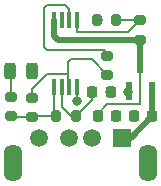
<source format=gbr>
%TF.GenerationSoftware,KiCad,Pcbnew,(6.0.1-0)*%
%TF.CreationDate,2022-09-16T03:33:08-04:00*%
%TF.ProjectId,mini_proj1,6d696e69-5f70-4726-9f6a-312e6b696361,rev?*%
%TF.SameCoordinates,Original*%
%TF.FileFunction,Copper,L1,Top*%
%TF.FilePolarity,Positive*%
%FSLAX46Y46*%
G04 Gerber Fmt 4.6, Leading zero omitted, Abs format (unit mm)*
G04 Created by KiCad (PCBNEW (6.0.1-0)) date 2022-09-16 03:33:08*
%MOMM*%
%LPD*%
G01*
G04 APERTURE LIST*
G04 Aperture macros list*
%AMRoundRect*
0 Rectangle with rounded corners*
0 $1 Rounding radius*
0 $2 $3 $4 $5 $6 $7 $8 $9 X,Y pos of 4 corners*
0 Add a 4 corners polygon primitive as box body*
4,1,4,$2,$3,$4,$5,$6,$7,$8,$9,$2,$3,0*
0 Add four circle primitives for the rounded corners*
1,1,$1+$1,$2,$3*
1,1,$1+$1,$4,$5*
1,1,$1+$1,$6,$7*
1,1,$1+$1,$8,$9*
0 Add four rect primitives between the rounded corners*
20,1,$1+$1,$2,$3,$4,$5,0*
20,1,$1+$1,$4,$5,$6,$7,0*
20,1,$1+$1,$6,$7,$8,$9,0*
20,1,$1+$1,$8,$9,$2,$3,0*%
G04 Aperture macros list end*
%TA.AperFunction,SMDPad,CuDef*%
%ADD10RoundRect,0.225000X0.225000X0.250000X-0.225000X0.250000X-0.225000X-0.250000X0.225000X-0.250000X0*%
%TD*%
%TA.AperFunction,SMDPad,CuDef*%
%ADD11RoundRect,0.225000X-0.225000X-0.250000X0.225000X-0.250000X0.225000X0.250000X-0.225000X0.250000X0*%
%TD*%
%TA.AperFunction,SMDPad,CuDef*%
%ADD12RoundRect,0.200000X-0.200000X-0.275000X0.200000X-0.275000X0.200000X0.275000X-0.200000X0.275000X0*%
%TD*%
%TA.AperFunction,SMDPad,CuDef*%
%ADD13RoundRect,0.243750X0.243750X0.456250X-0.243750X0.456250X-0.243750X-0.456250X0.243750X-0.456250X0*%
%TD*%
%TA.AperFunction,SMDPad,CuDef*%
%ADD14R,0.599999X1.500000*%
%TD*%
%TA.AperFunction,SMDPad,CuDef*%
%ADD15RoundRect,0.200000X0.275000X-0.200000X0.275000X0.200000X-0.275000X0.200000X-0.275000X-0.200000X0*%
%TD*%
%TA.AperFunction,SMDPad,CuDef*%
%ADD16RoundRect,0.200000X-0.275000X0.200000X-0.275000X-0.200000X0.275000X-0.200000X0.275000X0.200000X0*%
%TD*%
%TA.AperFunction,SMDPad,CuDef*%
%ADD17RoundRect,0.200000X0.200000X0.275000X-0.200000X0.275000X-0.200000X-0.275000X0.200000X-0.275000X0*%
%TD*%
%TA.AperFunction,ComponentPad*%
%ADD18O,1.575000X3.150000*%
%TD*%
%TA.AperFunction,ComponentPad*%
%ADD19C,1.508000*%
%TD*%
%TA.AperFunction,ComponentPad*%
%ADD20R,1.508000X1.508000*%
%TD*%
%TA.AperFunction,SMDPad,CuDef*%
%ADD21R,0.355600X1.473200*%
%TD*%
%TA.AperFunction,ViaPad*%
%ADD22C,0.800000*%
%TD*%
%TA.AperFunction,Conductor*%
%ADD23C,0.200000*%
%TD*%
%TA.AperFunction,Conductor*%
%ADD24C,0.508000*%
%TD*%
G04 APERTURE END LIST*
D10*
%TO.P,C1,1*%
%TO.N,Net-(C1-Pad1)*%
X140715995Y-77724000D03*
%TO.P,C1,2*%
%TO.N,GND*%
X139165995Y-77724000D03*
%TD*%
D11*
%TO.P,C2,1*%
%TO.N,Net-(Q1-Pad3)*%
X136118000Y-77724000D03*
%TO.P,C2,2*%
%TO.N,GND*%
X137668000Y-77724000D03*
%TD*%
D12*
%TO.P,R1=47.5k1,2*%
%TO.N,Net-(C3-Pad1)*%
X134238000Y-77724000D03*
%TO.P,R1=47.5k1,1*%
%TO.N,Net-(R1=47.5k1-Pad1)*%
X132588000Y-77724000D03*
%TD*%
D11*
%TO.P,C3,1*%
%TO.N,Net-(C3-Pad1)*%
X135623000Y-75692000D03*
%TO.P,C3,2*%
%TO.N,GND*%
X137173000Y-75692000D03*
%TD*%
D13*
%TO.P,D1,2,A*%
%TO.N,Net-(D1-Pad2)*%
X128681000Y-73914000D03*
%TO.P,D1,1,K*%
%TO.N,GND*%
X130556000Y-73914000D03*
%TD*%
D14*
%TO.P,Q1,3,VOUT*%
%TO.N,Net-(Q1-Pad3)*%
X139699999Y-73272000D03*
%TO.P,Q1,2,VIN*%
%TO.N,Net-(C1-Pad1)*%
X140649998Y-75572000D03*
%TO.P,Q1,1,GND*%
%TO.N,GND*%
X138749999Y-75572000D03*
%TD*%
D15*
%TO.P,R3=10k1,1*%
%TO.N,Net-(R2=10k1-Pad2)*%
X136906000Y-74231000D03*
%TO.P,R3=10k1,2*%
%TO.N,Net-(R3=10k1-Pad2)*%
X136906000Y-72581000D03*
%TD*%
D16*
%TO.P,R4=40.2,1*%
%TO.N,Net-(D1-Pad2)*%
X128778000Y-76074000D03*
%TO.P,R4=40.2,2*%
%TO.N,Net-(R1=47.5k1-Pad1)*%
X128778000Y-77724000D03*
%TD*%
D17*
%TO.P,R=10k2,1*%
%TO.N,Net-(R=10k1-Pad2)*%
X137668000Y-69596000D03*
%TO.P,R=10k2,2*%
%TO.N,GND*%
X136018000Y-69596000D03*
%TD*%
D15*
%TO.P,R2=10k1,2*%
%TO.N,Net-(R2=10k1-Pad2)*%
X130556000Y-76137000D03*
%TO.P,R2=10k1,1*%
%TO.N,Net-(R1=47.5k1-Pad1)*%
X130556000Y-77787000D03*
%TD*%
%TO.P,R=10k1,1*%
%TO.N,Net-(Q1-Pad3)*%
X139700000Y-71246000D03*
%TO.P,R=10k1,2*%
%TO.N,Net-(R=10k1-Pad2)*%
X139700000Y-69596000D03*
%TD*%
D18*
%TO.P,J1,5,Shield*%
%TO.N,GND*%
X128920000Y-81662500D03*
X140320000Y-81662500D03*
D19*
%TO.P,J1,4,GND*%
X131120000Y-79562500D03*
%TO.P,J1,3,D+*%
%TO.N,unconnected-(J1-Pad3)*%
X133620000Y-79562500D03*
%TO.P,J1,2,D-*%
%TO.N,unconnected-(J1-Pad2)*%
X135620000Y-79562500D03*
D20*
%TO.P,J1,1,VBUS*%
%TO.N,Net-(C1-Pad1)*%
X138120000Y-79562500D03*
%TD*%
D21*
%TO.P,U1,8,V+*%
%TO.N,Net-(Q1-Pad3)*%
X132375001Y-69570999D03*
%TO.P,U1,7*%
%TO.N,unconnected-(U1-Pad7)*%
X133024999Y-69570999D03*
%TO.P,U1,6,-*%
%TO.N,Net-(R3=10k1-Pad2)*%
X133675001Y-69570999D03*
%TO.P,U1,5,+*%
%TO.N,Net-(R=10k1-Pad2)*%
X134324999Y-69570999D03*
%TO.P,U1,4,V-*%
%TO.N,GND*%
X134324999Y-75209001D03*
%TO.P,U1,3,+*%
%TO.N,Net-(R2=10k1-Pad2)*%
X133675001Y-75209001D03*
%TO.P,U1,2,-*%
%TO.N,Net-(C3-Pad1)*%
X133024999Y-75209001D03*
%TO.P,U1,1*%
%TO.N,Net-(R1=47.5k1-Pad1)*%
X132375001Y-75209001D03*
%TD*%
D22*
%TO.N,GND*%
X138684000Y-75692000D03*
X137668000Y-77724000D03*
X134366000Y-76454000D03*
X136144000Y-69596000D03*
X130556000Y-73914000D03*
X139192000Y-77724000D03*
X137160000Y-75692000D03*
X129032000Y-81788000D03*
X140462000Y-81788000D03*
X131120007Y-79562503D03*
%TD*%
D23*
%TO.N,Net-(R1=47.5k1-Pad1)*%
X132588000Y-77724000D02*
X130619000Y-77724000D01*
X132375001Y-75717001D02*
X132375001Y-77511001D01*
%TO.N,Net-(C3-Pad1)*%
X133024999Y-75717001D02*
X133024999Y-76890999D01*
X133024999Y-76890999D02*
X133858000Y-77724000D01*
X135623000Y-76339000D02*
X134238000Y-77724000D01*
X133858000Y-77724000D02*
X134238000Y-77724000D01*
%TO.N,Net-(Q1-Pad3)*%
X136906000Y-76708000D02*
X139700000Y-76708000D01*
X136118000Y-77496000D02*
X136906000Y-76708000D01*
X136118000Y-77724000D02*
X136118000Y-77496000D01*
%TO.N,Net-(R1=47.5k1-Pad1)*%
X132375001Y-77511001D02*
X132588000Y-77724000D01*
D24*
%TO.N,Net-(C1-Pad1)*%
X140715995Y-77724000D02*
X140715995Y-75637997D01*
X138877495Y-79562500D02*
X140715995Y-77724000D01*
X138120000Y-79562500D02*
X138877495Y-79562500D01*
D23*
%TO.N,GND*%
X134324999Y-75209001D02*
X134324999Y-76412999D01*
X134324999Y-76412999D02*
X134366000Y-76454000D01*
%TO.N,Net-(R=10k1-Pad2)*%
X134324999Y-70570999D02*
X134366000Y-70612000D01*
X134324999Y-69570999D02*
X134324999Y-70570999D01*
X134366000Y-70612000D02*
X138684000Y-70612000D01*
%TO.N,Net-(R3=10k1-Pad2)*%
X133675001Y-69570999D02*
X133675001Y-68651001D01*
X131572000Y-68580000D02*
X131572000Y-71882000D01*
X133675001Y-68651001D02*
X133350000Y-68326000D01*
X133350000Y-68326000D02*
X131826000Y-68326000D01*
X136906000Y-72390000D02*
X136906000Y-72581000D01*
X131826000Y-68326000D02*
X131572000Y-68580000D01*
X131572000Y-71882000D02*
X131826000Y-72136000D01*
X136652000Y-72136000D02*
X136906000Y-72390000D01*
X131826000Y-72136000D02*
X136652000Y-72136000D01*
%TO.N,Net-(R2=10k1-Pad2)*%
X133604000Y-74168000D02*
X133604000Y-73152000D01*
X135573000Y-72898000D02*
X136906000Y-74231000D01*
X133604000Y-73152000D02*
X133858000Y-72898000D01*
X133858000Y-72898000D02*
X135573000Y-72898000D01*
D24*
%TO.N,Net-(C1-Pad1)*%
X140715995Y-75637997D02*
X140649998Y-75572000D01*
D23*
%TO.N,Net-(Q1-Pad3)*%
X139700000Y-76708000D02*
X139699999Y-73272000D01*
D24*
X132375001Y-69570999D02*
X132375001Y-70907001D01*
X132375001Y-70907001D02*
X132714000Y-71246000D01*
X132714000Y-71246000D02*
X139700000Y-71246000D01*
D23*
%TO.N,Net-(C3-Pad1)*%
X135623000Y-75692000D02*
X135623000Y-76339000D01*
%TO.N,Net-(R2=10k1-Pad2)*%
X131826000Y-74168000D02*
X133604000Y-74168000D01*
%TO.N,Net-(R1=47.5k1-Pad1)*%
X130619000Y-77724000D02*
X130556000Y-77787000D01*
X128841000Y-77787000D02*
X128778000Y-77724000D01*
X130556000Y-77787000D02*
X128841000Y-77787000D01*
D24*
%TO.N,Net-(Q1-Pad3)*%
X139699999Y-73526000D02*
X139700000Y-71246000D01*
D23*
%TO.N,Net-(R=10k1-Pad2)*%
X137668000Y-69596000D02*
X139700000Y-69596000D01*
%TO.N,Net-(R2=10k1-Pad2)*%
X130556000Y-75438000D02*
X131826000Y-74168000D01*
D24*
%TO.N,Net-(C1-Pad1)*%
X140649998Y-77657998D02*
X140716000Y-77724000D01*
D23*
%TO.N,Net-(R2=10k1-Pad2)*%
X130556000Y-76137000D02*
X130556000Y-75438000D01*
%TO.N,Net-(Q1-Pad3)*%
X132375001Y-69570999D02*
X132334000Y-69612000D01*
%TO.N,Net-(D1-Pad2)*%
X128681000Y-73914000D02*
X128778000Y-74011000D01*
X128778000Y-74011000D02*
X128778000Y-76074000D01*
%TO.N,Net-(R2=10k1-Pad2)*%
X133604000Y-74168000D02*
X133604000Y-75138000D01*
%TO.N,Net-(R=10k1-Pad2)*%
X138684000Y-70612000D02*
X139700000Y-69596000D01*
%TO.N,Net-(R2=10k1-Pad2)*%
X133604000Y-75138000D02*
X133675001Y-75209001D01*
D24*
%TO.N,GND*%
X131120000Y-79562500D02*
X131020000Y-79562500D01*
%TD*%
M02*

</source>
